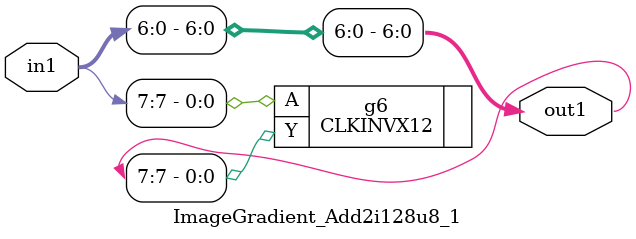
<source format=v>
`timescale 1ps / 1ps


module ImageGradient_Add2i128u8_1(in1, out1);
  input [7:0] in1;
  output [7:0] out1;
  wire [7:0] in1;
  wire [7:0] out1;
  assign out1[0] = in1[0];
  assign out1[1] = in1[1];
  assign out1[2] = in1[2];
  assign out1[3] = in1[3];
  assign out1[4] = in1[4];
  assign out1[5] = in1[5];
  assign out1[6] = in1[6];
  CLKINVX12 g6(.A (in1[7]), .Y (out1[7]));
endmodule



</source>
